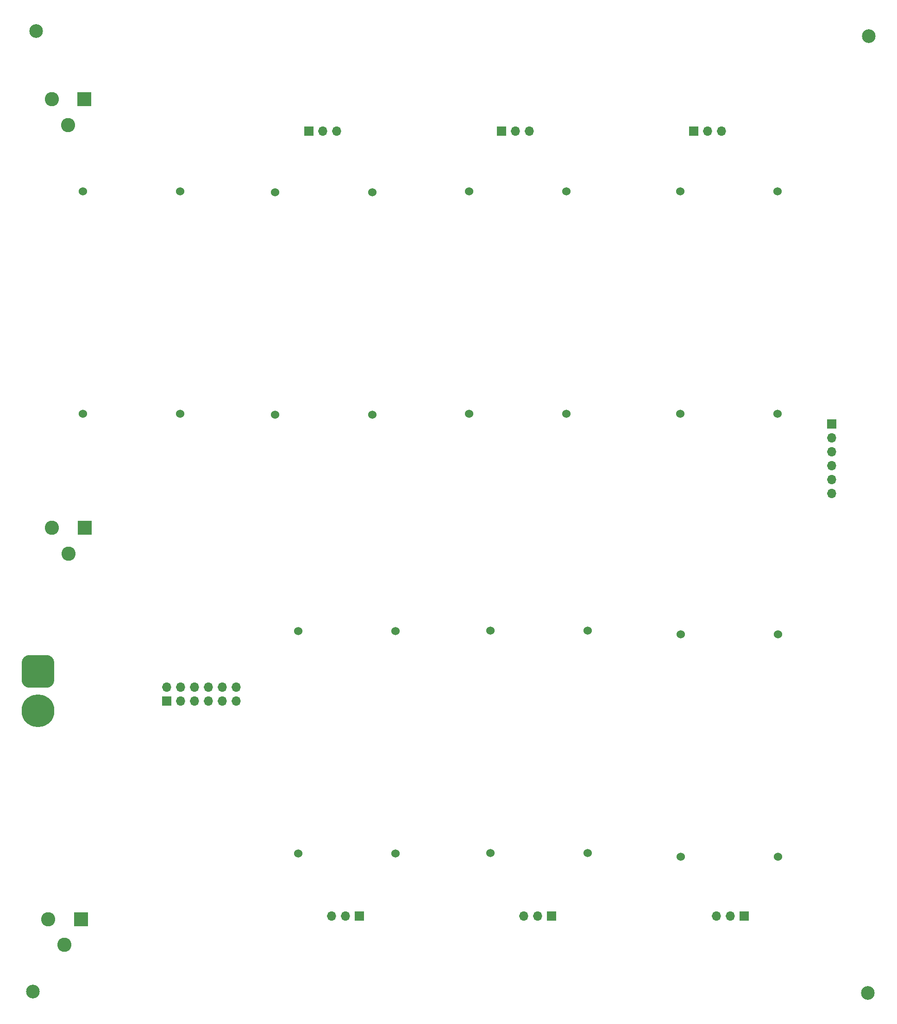
<source format=gbr>
%TF.GenerationSoftware,KiCad,Pcbnew,7.0.10*%
%TF.CreationDate,2024-03-06T14:44:34-05:00*%
%TF.ProjectId,Power_Supply,506f7765-725f-4537-9570-706c792e6b69,rev?*%
%TF.SameCoordinates,Original*%
%TF.FileFunction,Soldermask,Bot*%
%TF.FilePolarity,Negative*%
%FSLAX46Y46*%
G04 Gerber Fmt 4.6, Leading zero omitted, Abs format (unit mm)*
G04 Created by KiCad (PCBNEW 7.0.10) date 2024-03-06 14:44:34*
%MOMM*%
%LPD*%
G01*
G04 APERTURE LIST*
G04 Aperture macros list*
%AMRoundRect*
0 Rectangle with rounded corners*
0 $1 Rounding radius*
0 $2 $3 $4 $5 $6 $7 $8 $9 X,Y pos of 4 corners*
0 Add a 4 corners polygon primitive as box body*
4,1,4,$2,$3,$4,$5,$6,$7,$8,$9,$2,$3,0*
0 Add four circle primitives for the rounded corners*
1,1,$1+$1,$2,$3*
1,1,$1+$1,$4,$5*
1,1,$1+$1,$6,$7*
1,1,$1+$1,$8,$9*
0 Add four rect primitives between the rounded corners*
20,1,$1+$1,$2,$3,$4,$5,0*
20,1,$1+$1,$4,$5,$6,$7,0*
20,1,$1+$1,$6,$7,$8,$9,0*
20,1,$1+$1,$8,$9,$2,$3,0*%
G04 Aperture macros list end*
%ADD10RoundRect,1.500000X-1.500000X1.500000X-1.500000X-1.500000X1.500000X-1.500000X1.500000X1.500000X0*%
%ADD11C,6.000000*%
%ADD12C,2.600000*%
%ADD13R,2.600000X2.600000*%
%ADD14R,1.700000X1.700000*%
%ADD15O,1.700000X1.700000*%
%ADD16C,2.500000*%
%ADD17C,1.524000*%
G04 APERTURE END LIST*
D10*
%TO.C,XT60*%
X105800000Y-172510000D03*
D11*
X105800000Y-179710000D03*
%TD*%
D12*
%TO.C,Main_Power1*%
X111410000Y-150960000D03*
X108410000Y-146260000D03*
D13*
X114410000Y-146260000D03*
%TD*%
%TO.C,Jetson1*%
X113680000Y-217750000D03*
D12*
X107680000Y-217750000D03*
X110680000Y-222450000D03*
%TD*%
D13*
%TO.C,MCU1*%
X114340003Y-67953332D03*
D12*
X108340003Y-67953332D03*
X111340003Y-72653332D03*
%TD*%
D14*
%TO.C,Servo_Shift1*%
X155355003Y-73803332D03*
D15*
X157895003Y-73803332D03*
X160435003Y-73803332D03*
%TD*%
D16*
%TO.C,H3*%
X104946668Y-230990000D03*
%TD*%
D17*
%TO.C,6.8V3*%
X223300000Y-125410000D03*
X241080000Y-125410000D03*
X223300000Y-84770000D03*
X241080000Y-84770000D03*
%TD*%
%TO.C,6.8V1*%
X149150000Y-125610000D03*
X166930000Y-125610000D03*
X149150000Y-84970000D03*
X166930000Y-84970000D03*
%TD*%
D16*
%TO.C,H1*%
X105526668Y-55490000D03*
%TD*%
%TO.C,H4*%
X257546668Y-231220000D03*
%TD*%
D17*
%TO.C,6.8V2*%
X184670000Y-125390000D03*
X202450000Y-125390000D03*
X184670000Y-84750000D03*
X202450000Y-84750000D03*
%TD*%
%TO.C,3.3V1*%
X114080000Y-125430000D03*
X131860000Y-125430000D03*
X114080000Y-84790000D03*
X131860000Y-84790000D03*
%TD*%
D14*
%TO.C,Servo_Shift3*%
X225753003Y-73803332D03*
D15*
X228293003Y-73803332D03*
X230833003Y-73803332D03*
%TD*%
D14*
%TO.C,Servo_Swing1*%
X234968000Y-217200000D03*
D15*
X232428000Y-217200000D03*
X229888000Y-217200000D03*
%TD*%
D17*
%TO.C,6.8V5*%
X206360000Y-165080000D03*
X188580000Y-165080000D03*
X206360000Y-205720000D03*
X188580000Y-205720000D03*
%TD*%
%TO.C,6.8V4*%
X241140000Y-165700000D03*
X223360000Y-165700000D03*
X241140000Y-206340000D03*
X223360000Y-206340000D03*
%TD*%
%TO.C,6.8V6*%
X171220000Y-165090000D03*
X153440000Y-165090000D03*
X171220000Y-205730000D03*
X153440000Y-205730000D03*
%TD*%
D14*
%TO.C,Servo_Swing3*%
X164570000Y-217200000D03*
D15*
X162030000Y-217200000D03*
X159490000Y-217200000D03*
%TD*%
D16*
%TO.C,H2*%
X257736668Y-56410000D03*
%TD*%
D14*
%TO.C,Control_Port1*%
X250936668Y-127280000D03*
D15*
X250936668Y-129820000D03*
X250936668Y-132360000D03*
X250936668Y-134900000D03*
X250936668Y-137440000D03*
X250936668Y-139980000D03*
%TD*%
D14*
%TO.C,Servo_Swing2*%
X199769000Y-217200000D03*
D15*
X197229000Y-217200000D03*
X194689000Y-217200000D03*
%TD*%
D14*
%TO.C,Servo_Shift2*%
X190554003Y-73803332D03*
D15*
X193094003Y-73803332D03*
X195634003Y-73803332D03*
%TD*%
D14*
%TO.C,U1*%
X129410000Y-177950000D03*
D15*
X131950000Y-177950000D03*
X134490000Y-177950000D03*
X137030000Y-177950000D03*
X139570000Y-177950000D03*
X142110000Y-177950000D03*
X129410000Y-175410000D03*
X131950000Y-175410000D03*
X134490000Y-175410000D03*
X137030000Y-175410000D03*
X139570000Y-175410000D03*
X142110000Y-175410000D03*
%TD*%
M02*

</source>
